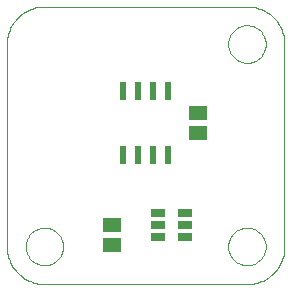
<source format=gtp>
G75*
G70*
%OFA0B0*%
%FSLAX24Y24*%
%IPPOS*%
%LPD*%
%AMOC8*
5,1,8,0,0,1.08239X$1,22.5*
%
%ADD10C,0.0000*%
%ADD11R,0.0500X0.0250*%
%ADD12R,0.0236X0.0610*%
%ADD13R,0.0591X0.0512*%
D10*
X000680Y001930D02*
X000680Y008680D01*
X000682Y008748D01*
X000687Y008815D01*
X000696Y008882D01*
X000709Y008949D01*
X000726Y009014D01*
X000745Y009079D01*
X000769Y009143D01*
X000796Y009205D01*
X000826Y009266D01*
X000859Y009324D01*
X000895Y009381D01*
X000935Y009436D01*
X000977Y009489D01*
X001023Y009540D01*
X001070Y009587D01*
X001121Y009633D01*
X001174Y009675D01*
X001229Y009715D01*
X001286Y009751D01*
X001344Y009784D01*
X001405Y009814D01*
X001467Y009841D01*
X001531Y009865D01*
X001596Y009884D01*
X001661Y009901D01*
X001728Y009914D01*
X001795Y009923D01*
X001862Y009928D01*
X001930Y009930D01*
X008680Y009930D01*
X008748Y009928D01*
X008815Y009923D01*
X008882Y009914D01*
X008949Y009901D01*
X009014Y009884D01*
X009079Y009865D01*
X009143Y009841D01*
X009205Y009814D01*
X009266Y009784D01*
X009324Y009751D01*
X009381Y009715D01*
X009436Y009675D01*
X009489Y009633D01*
X009540Y009587D01*
X009587Y009540D01*
X009633Y009489D01*
X009675Y009436D01*
X009715Y009381D01*
X009751Y009324D01*
X009784Y009266D01*
X009814Y009205D01*
X009841Y009143D01*
X009865Y009079D01*
X009884Y009014D01*
X009901Y008949D01*
X009914Y008882D01*
X009923Y008815D01*
X009928Y008748D01*
X009930Y008680D01*
X009930Y001930D01*
X009928Y001862D01*
X009923Y001795D01*
X009914Y001728D01*
X009901Y001661D01*
X009884Y001596D01*
X009865Y001531D01*
X009841Y001467D01*
X009814Y001405D01*
X009784Y001344D01*
X009751Y001286D01*
X009715Y001229D01*
X009675Y001174D01*
X009633Y001121D01*
X009587Y001070D01*
X009540Y001023D01*
X009489Y000977D01*
X009436Y000935D01*
X009381Y000895D01*
X009324Y000859D01*
X009266Y000826D01*
X009205Y000796D01*
X009143Y000769D01*
X009079Y000745D01*
X009014Y000726D01*
X008949Y000709D01*
X008882Y000696D01*
X008815Y000687D01*
X008748Y000682D01*
X008680Y000680D01*
X001930Y000680D01*
X001862Y000682D01*
X001795Y000687D01*
X001728Y000696D01*
X001661Y000709D01*
X001596Y000726D01*
X001531Y000745D01*
X001467Y000769D01*
X001405Y000796D01*
X001344Y000826D01*
X001286Y000859D01*
X001229Y000895D01*
X001174Y000935D01*
X001121Y000977D01*
X001070Y001023D01*
X001023Y001070D01*
X000977Y001121D01*
X000935Y001174D01*
X000895Y001229D01*
X000859Y001286D01*
X000826Y001344D01*
X000796Y001405D01*
X000769Y001467D01*
X000745Y001531D01*
X000726Y001596D01*
X000709Y001661D01*
X000696Y001728D01*
X000687Y001795D01*
X000682Y001862D01*
X000680Y001930D01*
X001305Y001930D02*
X001307Y001980D01*
X001313Y002029D01*
X001323Y002078D01*
X001336Y002125D01*
X001354Y002172D01*
X001375Y002217D01*
X001399Y002260D01*
X001427Y002301D01*
X001458Y002340D01*
X001492Y002376D01*
X001529Y002410D01*
X001569Y002440D01*
X001610Y002467D01*
X001654Y002491D01*
X001699Y002511D01*
X001746Y002527D01*
X001794Y002540D01*
X001843Y002549D01*
X001893Y002554D01*
X001942Y002555D01*
X001992Y002552D01*
X002041Y002545D01*
X002090Y002534D01*
X002137Y002520D01*
X002183Y002501D01*
X002228Y002479D01*
X002271Y002454D01*
X002311Y002425D01*
X002349Y002393D01*
X002385Y002359D01*
X002418Y002321D01*
X002447Y002281D01*
X002473Y002239D01*
X002496Y002195D01*
X002515Y002149D01*
X002531Y002102D01*
X002543Y002053D01*
X002551Y002004D01*
X002555Y001955D01*
X002555Y001905D01*
X002551Y001856D01*
X002543Y001807D01*
X002531Y001758D01*
X002515Y001711D01*
X002496Y001665D01*
X002473Y001621D01*
X002447Y001579D01*
X002418Y001539D01*
X002385Y001501D01*
X002349Y001467D01*
X002311Y001435D01*
X002271Y001406D01*
X002228Y001381D01*
X002183Y001359D01*
X002137Y001340D01*
X002090Y001326D01*
X002041Y001315D01*
X001992Y001308D01*
X001942Y001305D01*
X001893Y001306D01*
X001843Y001311D01*
X001794Y001320D01*
X001746Y001333D01*
X001699Y001349D01*
X001654Y001369D01*
X001610Y001393D01*
X001569Y001420D01*
X001529Y001450D01*
X001492Y001484D01*
X001458Y001520D01*
X001427Y001559D01*
X001399Y001600D01*
X001375Y001643D01*
X001354Y001688D01*
X001336Y001735D01*
X001323Y001782D01*
X001313Y001831D01*
X001307Y001880D01*
X001305Y001930D01*
X008055Y001930D02*
X008057Y001980D01*
X008063Y002029D01*
X008073Y002078D01*
X008086Y002125D01*
X008104Y002172D01*
X008125Y002217D01*
X008149Y002260D01*
X008177Y002301D01*
X008208Y002340D01*
X008242Y002376D01*
X008279Y002410D01*
X008319Y002440D01*
X008360Y002467D01*
X008404Y002491D01*
X008449Y002511D01*
X008496Y002527D01*
X008544Y002540D01*
X008593Y002549D01*
X008643Y002554D01*
X008692Y002555D01*
X008742Y002552D01*
X008791Y002545D01*
X008840Y002534D01*
X008887Y002520D01*
X008933Y002501D01*
X008978Y002479D01*
X009021Y002454D01*
X009061Y002425D01*
X009099Y002393D01*
X009135Y002359D01*
X009168Y002321D01*
X009197Y002281D01*
X009223Y002239D01*
X009246Y002195D01*
X009265Y002149D01*
X009281Y002102D01*
X009293Y002053D01*
X009301Y002004D01*
X009305Y001955D01*
X009305Y001905D01*
X009301Y001856D01*
X009293Y001807D01*
X009281Y001758D01*
X009265Y001711D01*
X009246Y001665D01*
X009223Y001621D01*
X009197Y001579D01*
X009168Y001539D01*
X009135Y001501D01*
X009099Y001467D01*
X009061Y001435D01*
X009021Y001406D01*
X008978Y001381D01*
X008933Y001359D01*
X008887Y001340D01*
X008840Y001326D01*
X008791Y001315D01*
X008742Y001308D01*
X008692Y001305D01*
X008643Y001306D01*
X008593Y001311D01*
X008544Y001320D01*
X008496Y001333D01*
X008449Y001349D01*
X008404Y001369D01*
X008360Y001393D01*
X008319Y001420D01*
X008279Y001450D01*
X008242Y001484D01*
X008208Y001520D01*
X008177Y001559D01*
X008149Y001600D01*
X008125Y001643D01*
X008104Y001688D01*
X008086Y001735D01*
X008073Y001782D01*
X008063Y001831D01*
X008057Y001880D01*
X008055Y001930D01*
X008055Y008680D02*
X008057Y008730D01*
X008063Y008779D01*
X008073Y008828D01*
X008086Y008875D01*
X008104Y008922D01*
X008125Y008967D01*
X008149Y009010D01*
X008177Y009051D01*
X008208Y009090D01*
X008242Y009126D01*
X008279Y009160D01*
X008319Y009190D01*
X008360Y009217D01*
X008404Y009241D01*
X008449Y009261D01*
X008496Y009277D01*
X008544Y009290D01*
X008593Y009299D01*
X008643Y009304D01*
X008692Y009305D01*
X008742Y009302D01*
X008791Y009295D01*
X008840Y009284D01*
X008887Y009270D01*
X008933Y009251D01*
X008978Y009229D01*
X009021Y009204D01*
X009061Y009175D01*
X009099Y009143D01*
X009135Y009109D01*
X009168Y009071D01*
X009197Y009031D01*
X009223Y008989D01*
X009246Y008945D01*
X009265Y008899D01*
X009281Y008852D01*
X009293Y008803D01*
X009301Y008754D01*
X009305Y008705D01*
X009305Y008655D01*
X009301Y008606D01*
X009293Y008557D01*
X009281Y008508D01*
X009265Y008461D01*
X009246Y008415D01*
X009223Y008371D01*
X009197Y008329D01*
X009168Y008289D01*
X009135Y008251D01*
X009099Y008217D01*
X009061Y008185D01*
X009021Y008156D01*
X008978Y008131D01*
X008933Y008109D01*
X008887Y008090D01*
X008840Y008076D01*
X008791Y008065D01*
X008742Y008058D01*
X008692Y008055D01*
X008643Y008056D01*
X008593Y008061D01*
X008544Y008070D01*
X008496Y008083D01*
X008449Y008099D01*
X008404Y008119D01*
X008360Y008143D01*
X008319Y008170D01*
X008279Y008200D01*
X008242Y008234D01*
X008208Y008270D01*
X008177Y008309D01*
X008149Y008350D01*
X008125Y008393D01*
X008104Y008438D01*
X008086Y008485D01*
X008073Y008532D01*
X008063Y008581D01*
X008057Y008630D01*
X008055Y008680D01*
D11*
X006605Y003055D03*
X006605Y002655D03*
X006605Y002255D03*
X005705Y002255D03*
X005705Y002655D03*
X005705Y003055D03*
D12*
X005555Y004988D03*
X005055Y004988D03*
X004555Y004988D03*
X006055Y004988D03*
X006055Y007114D03*
X005555Y007114D03*
X005055Y007114D03*
X004555Y007114D03*
D13*
X007055Y006390D03*
X007055Y005720D03*
X004180Y002640D03*
X004180Y001970D03*
M02*

</source>
